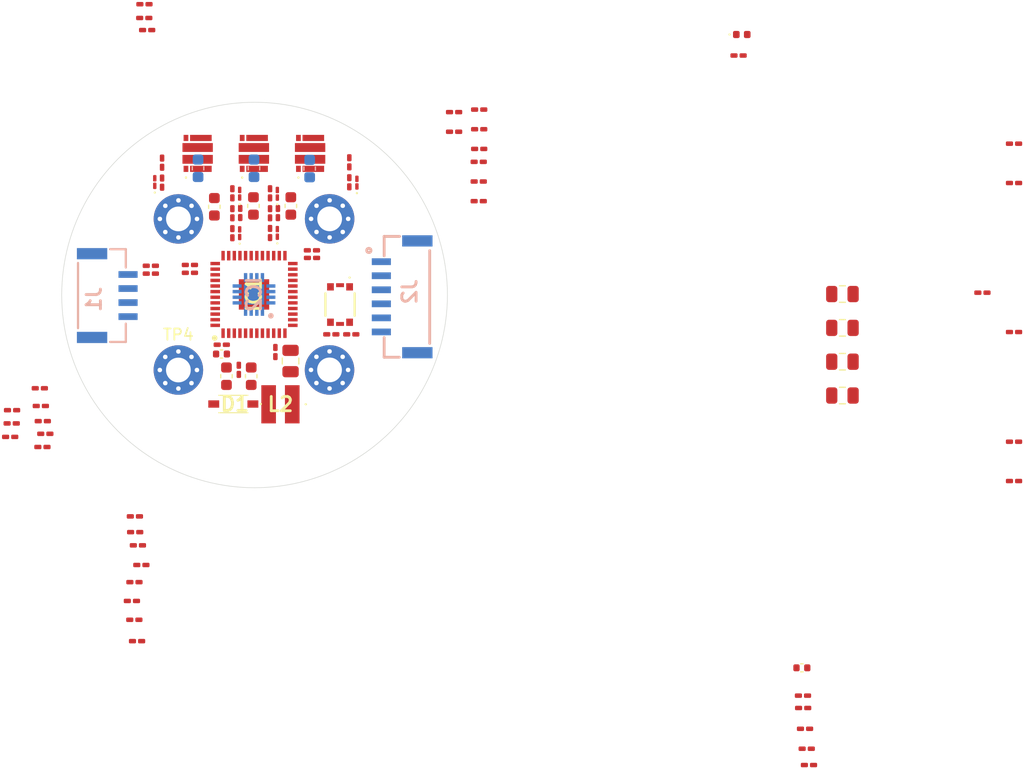
<source format=kicad_pcb>
(kicad_pcb (version 20241229) (generator "pcbnew") (generator_version "9.0")
  (layers (0 "F.Cu" signal) (2 "B.Cu" signal) (13 "F.Paste" user) (15 "B.Paste" user) (5 "F.SilkS" user "F.Silkscreen") (7 "B.SilkS" user "B.Silkscreen") (1 "F.Mask" user) (3 "B.Mask" user) (25 "Edge.Cuts" user))
  (net 0 "")
  (net 1 "+3.3V")
  (net 2 "GND")
  (net 3 "/OUTU")
  (net 4 "Net-(IC1-VBOOTU)")
  (net 5 "/OUTV")
  (net 6 "Net-(IC1-VBOOTV)")
  (net 7 "Net-(IC1-VBOOTW)")
  (net 8 "/OUTW")
  (net 9 "Net-(IC1-NSTBY)")
  (net 10 "Net-(S1-NO_1)")
  (net 11 "VBAT+")
  (net 12 "/REG12")
  (net 13 "/OP1O")
  (net 14 "/OP1N")
  (net 15 "/ISNSU")
  (net 16 "/OP2O")
  (net 17 "/OP2N")
  (net 18 "/ISNSV")
  (net 19 "/OP3N")
  (net 20 "/OP3O")
  (net 21 "/ISNSW")
  (net 22 "/BTN")
  (net 23 "Net-(IC1-PA5)")
  (net 24 "/SHUNT+AFTER")
  (net 25 "/SW")
  (net 26 "Net-(D2-A)")
  (net 27 "/HSU")
  (net 28 "Net-(D3-A)")
  (net 29 "/LSU")
  (net 30 "/HSV")
  (net 31 "Net-(D4-A)")
  (net 32 "/LSV")
  (net 33 "Net-(D5-A)")
  (net 34 "/HSW")
  (net 35 "Net-(D6-A)")
  (net 36 "/LSW")
  (net 37 "Net-(D7-A)")
  (net 38 "/SPI2_CS")
  (net 39 "/OP2P")
  (net 40 "/SPI2_MOSI")
  (net 41 "/UART_TX")
  (net 42 "/SWCLK")
  (net 43 "Net-(D8-A)")
  (net 45 "Net-(IC1-PF2-NRST)")
  (net 46 "/MGL")
  (net 47 "/OP1P")
  (net 48 "/SPI2_SCK")
  (net 49 "/UART_RX")
  (net 50 "/SWDIO")
  (net 51 "/OP3P")
  (net 52 "/SPI2_MISO")
  (net 53 "/MGH")
  (net 57 "Net-(D8-K)")
  (net 59 "Net-(IC2-SCLK)")
  (net 60 "/U/SHUNT+")
  (net 61 "Net-(Q1-G2)")
  (net 62 "Net-(Q1-G1)")
  (net 63 "/V/SHUNT+")
  (net 64 "Net-(Q2-G2)")
  (net 65 "Net-(Q2-G1)")
  (net 66 "/W/SHUNT+")
  (net 67 "Net-(Q3-G2)")
  (net 68 "Net-(Q3-G1)")
  (net 69 "Net-(IC2-MGH)")
  (net 73 "Net-(IC2-MGL)")
  (footprint "Diode_SMD:D_01005_0402Metric_Pad0.57x0.30mm_HandSolder" (layer "F.Cu") (at 98.725 94.55 90)
    (property "Reference" "D2" (hide yes))
    (property "Value" "BAS16LP-7B" (hide yes))
    (pad "1" smd roundrect (at -0.3375 0 90) (size 0.575 0.3) (layers "F.Cu" "F.Mask") (net 27 "/HSU"))
    (pad "2" smd roundrect (at 0.3375 0 90) (size 0.575 0.3) (layers "F.Cu" "F.Mask") (net 26 "Net-(D2-A)"))
  )
  (footprint "MountingHole:MountingHole_2.2mm_M2_Pad_Via" (layer "F.Cu") (at 93.28 93.28)
    (property "Reference" "TP2" (hide yes))
    (property "Value" "TestPoint" (hide yes))
    (pad "1" thru_hole circle (at -1.65 0) (size 0.7 0.7) (drill 0.4) (layers "*.Cu" "*.Mask") (net 2 "GND"))
    (pad "1" thru_hole circle (at -1.166726 -1.166726) (size 0.7 0.7) (drill 0.4) (layers "*.Cu" "*.Mask") (net 2 "GND"))
    (pad "1" thru_hole circle (at -1.166726 1.166726) (size 0.7 0.7) (drill 0.4) (layers "*.Cu" "*.Mask") (net 2 "GND"))
    (pad "1" thru_hole circle (at 0 -1.65) (size 0.7 0.7) (drill 0.4) (layers "*.Cu" "*.Mask") (net 2 "GND"))
    (pad "1" thru_hole circle (at 0 0) (size 4.4 4.4) (drill 2.2) (layers "*.Cu" "*.Mask") (net 2 "GND"))
    (pad "1" thru_hole circle (at 0 1.65) (size 0.7 0.7) (drill 0.4) (layers "*.Cu" "*.Mask") (net 2 "GND"))
    (pad "1" thru_hole circle (at 1.166726 -1.166726) (size 0.7 0.7) (drill 0.4) (layers "*.Cu" "*.Mask") (net 2 "GND"))
    (pad "1" thru_hole circle (at 1.166726 1.166726) (size 0.7 0.7) (drill 0.4) (layers "*.Cu" "*.Mask") (net 2 "GND"))
    (pad "1" thru_hole circle (at 1.65 0) (size 0.7 0.7) (drill 0.4) (layers "*.Cu" "*.Mask") (net 2 "GND"))
  )
  (footprint "samacsys:STPS0560Z" (layer "F.Cu") (at 98.16 109.75 180)
    (property "Reference" "D1" (at -0.138 0 0) (layer "F.SilkS") (effects (font (size 1.27 1.27) (thickness 0.254))))
    (property "Value" "STPS0560Z" (hide yes))
    (pad "1" smd rect (at -1.74 0 270) (size 0.65 0.97) (layers "F.Cu" "F.Mask" "F.Paste") (net 25 "/SW"))
    (pad "2" smd rect (at 1.74 0 270) (size 0.65 0.97) (layers "F.Cu" "F.Mask" "F.Paste") (net 2 "GND"))
  )
  (footprint "Resistor_SMD:R_0201_0603Metric_Pad0.64x0.40mm_HandSolder" (layer "F.Cu") (at 143.09 78.74)
    (property "Reference" "R47" (hide yes))
    (property "Value" "1k" (hide yes))
    (pad "1" smd roundrect (at -0.4075 0) (size 0.635 0.4) (layers "F.Cu" "F.Mask") (net 2 "GND"))
    (pad "2" smd roundrect (at 0.4075 0) (size 0.635 0.4) (layers "F.Cu" "F.Mask") (net 57 "Net-(D8-K)"))
  )
  (footprint "Resistor_SMD:R_0201_0603Metric_Pad0.64x0.40mm_HandSolder" (layer "F.Cu") (at 102.125 92.7575 90)
    (property "Reference" "R30" (hide yes))
    (property "Value" "120R" (hide yes))
    (pad "1" smd roundrect (at -0.4075 0 90) (size 0.635 0.4) (layers "F.Cu" "F.Mask") (net 36 "/LSW"))
    (pad "2" smd roundrect (at 0.4075 0 90) (size 0.635 0.4) (layers "F.Cu" "F.Mask") (net 67 "Net-(Q3-G2)"))
  )
  (footprint "Resistor_SMD:R_0201_0603Metric_Pad0.64x0.40mm_HandSolder" (layer "F.Cu") (at 90.24 75.4)
    (property "Reference" "R41" (hide yes))
    (property "Value" "100k" (hide yes))
    (pad "1" smd roundrect (at -0.4075 0) (size 0.635 0.4) (layers "F.Cu" "F.Mask") (net 1 "+3.3V"))
    (pad "2" smd roundrect (at 0.4075 0) (size 0.635 0.4) (layers "F.Cu" "F.Mask") (net 23 "Net-(IC1-PA5)"))
  )
  (footprint "Resistor_SMD:R_0201_0603Metric_Pad0.64x0.40mm_HandSolder" (layer "F.Cu") (at 108.475 88.2425 -90)
    (property "Reference" "R31" (hide yes))
    (property "Value" "0R" (hide yes))
    (pad "1" smd roundrect (at -0.4075 0 270) (size 0.635 0.4) (layers "F.Cu" "F.Mask") (net 35 "Net-(D6-A)"))
    (pad "2" smd roundrect (at 0.4075 0 270) (size 0.635 0.4) (layers "F.Cu" "F.Mask") (net 68 "Net-(Q3-G1)"))
  )
  (footprint "samacsys:435151014824" (layer "F.Cu") (at 107.65 100.9 -90)
    (property "Reference" "S1" (hide yes))
    (property "Value" "435151014824" (hide yes))
    (pad "1" smd rect (at -1.575 -0.85) (size 0.6 0.65) (layers "F.Cu" "F.Mask" "F.Paste") (net 10 "Net-(S1-NO_1)"))
    (pad "2" smd rect (at 1.575 -0.85) (size 0.6 0.65) (layers "F.Cu" "F.Mask" "F.Paste") (net 10 "Net-(S1-NO_1)"))
    (pad "3" smd rect (at -1.575 0.85) (size 0.6 0.65) (layers "F.Cu" "F.Mask" "F.Paste") (net 2 "GND"))
    (pad "4" smd rect (at 1.575 0.85) (size 0.6 0.65) (layers "F.Cu" "F.Mask" "F.Paste") (net 2 "GND"))
    (pad "5" smd rect (at -1.725 0 270) (size 0.35 0.7) (layers "F.Cu" "F.Mask" "F.Paste") (net 2 "GND"))
    (pad "6" smd rect (at 1.725 0 270) (size 0.35 0.7) (layers "F.Cu" "F.Mask" "F.Paste") (net 2 "GND"))
  )
  (footprint "MountingHole:MountingHole_2.2mm_M2_Pad_Via" (layer "F.Cu") (at 93.275 106.725)
    (property "Reference" "TP4" (at 0 -3.15 0) (layer "F.SilkS"))
    (property "Value" "TestPoint" (hide yes))
    (pad "1" thru_hole circle (at -1.65 0) (size 0.7 0.7) (drill 0.4) (layers "*.Cu" "*.Mask") (net 2 "GND"))
    (pad "1" thru_hole circle (at -1.166726 -1.166726) (size 0.7 0.7) (drill 0.4) (layers "*.Cu" "*.Mask") (net 2 "GND"))
    (pad "1" thru_hole circle (at -1.166726 1.166726) (size 0.7 0.7) (drill 0.4) (layers "*.Cu" "*.Mask") (net 2 "GND"))
    (pad "1" thru_hole circle (at 0 -1.65) (size 0.7 0.7) (drill 0.4) (layers "*.Cu" "*.Mask") (net 2 "GND"))
    (pad "1" thru_hole circle (at 0 0) (size 4.4 4.4) (drill 2.2) (layers "*.Cu" "*.Mask") (net 2 "GND"))
    (pad "1" thru_hole circle (at 0 1.65) (size 0.7 0.7) (drill 0.4) (layers "*.Cu" "*.Mask") (net 2 "GND"))
    (pad "1" thru_hole circle (at 1.166726 -1.166726) (size 0.7 0.7) (drill 0.4) (layers "*.Cu" "*.Mask") (net 2 "GND"))
    (pad "1" thru_hole circle (at 1.166726 1.166726) (size 0.7 0.7) (drill 0.4) (layers "*.Cu" "*.Mask") (net 2 "GND"))
    (pad "1" thru_hole circle (at 1.65 0) (size 0.7 0.7) (drill 0.4) (layers "*.Cu" "*.Mask") (net 2 "GND"))
  )
  (footprint "Resistor_SMD:R_0201_0603Metric_Pad0.64x0.40mm_HandSolder" (layer "F.Cu") (at 149 138.65)
    (property "Reference" "R37" (hide yes))
    (property "Value" "100R" (hide yes))
    (pad "1" smd roundrect (at -0.4075 0) (size 0.635 0.4) (layers "F.Cu" "F.Mask") (net 48 "/SPI2_SCK"))
    (pad "2" smd roundrect (at 0.4075 0) (size 0.635 0.4) (layers "F.Cu" "F.Mask") (net 59 "Net-(IC2-SCLK)"))
  )
  (footprint "Resistor_SMD:R_0201_0603Metric_Pad0.64x0.40mm_HandSolder" (layer "F.Cu") (at 167.585 86.585)
    (property "Reference" "R24" (hide yes))
    (property "Value" "10mR" (hide yes))
    (pad "1" smd roundrect (at -0.4075 0) (size 0.635 0.4) (layers "F.Cu" "F.Mask") (net 2 "GND"))
    (pad "2" smd roundrect (at 0.4075 0) (size 0.635 0.4) (layers "F.Cu" "F.Mask") (net 63 "/V/SHUNT+"))
  )
  (footprint "Resistor_SMD:R_0201_0603Metric_Pad0.64x0.40mm_HandSolder" (layer "F.Cu") (at 81.2175 111.275)
    (property "Reference" "R34" (hide yes))
    (property "Value" "7.5k" (hide yes))
    (pad "1" smd roundrect (at -0.4075 0) (size 0.635 0.4) (layers "F.Cu" "F.Mask") (net 19 "/OP3N"))
    (pad "2" smd roundrect (at 0.4075 0) (size 0.635 0.4) (layers "F.Cu" "F.Mask") (net 20 "/OP3O"))
  )
  (footprint "Capacitor_SMD:C_0201_0603Metric_Pad0.64x0.40mm_HandSolder" (layer "F.Cu") (at 97.1325 104.475 180)
    (property "Reference" "C1" (hide yes))
    (property "Value" "100n" (hide yes))
    (pad "1" smd roundrect (at -0.4075 0 180) (size 0.635 0.4) (layers "F.Cu" "F.Mask") (net 1 "+3.3V"))
    (pad "2" smd roundrect (at 0.4075 0 180) (size 0.635 0.4) (layers "F.Cu" "F.Mask") (net 2 "GND"))
  )
  (footprint "Capacitor_SMD:C_0201_0603Metric_Pad0.64x0.40mm_HandSolder" (layer "F.Cu") (at 105.15 96.075)
    (property "Reference" "C30" (hide yes))
    (property "Value" "1nF" (hide yes))
    (pad "1" smd roundrect (at -0.4075 0) (size 0.635 0.4) (layers "F.Cu" "F.Mask") (net 24 "/SHUNT+AFTER"))
    (pad "2" smd roundrect (at 0.4075 0) (size 0.635 0.4) (layers "F.Cu" "F.Mask") (net 2 "GND"))
  )
  (footprint "Capacitor_SMD:C_0201_0603Metric_Pad0.64x0.40mm_HandSolder" (layer "F.Cu") (at 117.7925 85.525)
    (property "Reference" "C15" (hide yes))
    (property "Value" "470p" (hide yes))
    (pad "1" smd roundrect (at -0.4075 0) (size 0.635 0.4) (layers "F.Cu" "F.Mask") (net 2 "GND"))
    (pad "2" smd roundrect (at 0.4075 0) (size 0.635 0.4) (layers "F.Cu" "F.Mask") (net 15 "/ISNSU"))
  )
  (footprint "Diode_SMD:D_01005_0402Metric_Pad0.57x0.30mm_HandSolder" (layer "F.Cu") (at 91.175 90 90)
    (property "Reference" "D3" (hide yes))
    (property "Value" "BAS16LP-7B" (hide yes))
    (pad "1" smd roundrect (at -0.3375 0 90) (size 0.575 0.3) (layers "F.Cu" "F.Mask") (net 29 "/LSU"))
    (pad "2" smd roundrect (at 0.3375 0 90) (size 0.575 0.3) (layers "F.Cu" "F.Mask") (net 28 "Net-(D3-A)"))
  )
  (footprint "Diode_SMD:D_01005_0402Metric_Pad0.57x0.30mm_HandSolder" (layer "F.Cu") (at 102.075 94.525 90)
    (property "Reference" "D4" (hide yes))
    (property "Value" "BAS16LP-7B" (hide yes))
    (pad "1" smd roundrect (at -0.3375 0 90) (size 0.575 0.3) (layers "F.Cu" "F.Mask") (net 30 "/HSV"))
    (pad "2" smd roundrect (at 0.3375 0 90) (size 0.575 0.3) (layers "F.Cu" "F.Mask") (net 31 "Net-(D4-A)"))
  )
  (footprint "Resistor_SMD:R_0201_0603Metric_Pad0.64x0.40mm_HandSolder" (layer "F.Cu") (at 89.6 130.85)
    (property "Reference" "R15" (hide yes))
    (property "Value" "1k" (hide yes))
    (pad "1" smd roundrect (at -0.4075 0) (size 0.635 0.4) (layers "F.Cu" "F.Mask") (net 63 "/V/SHUNT+"))
    (pad "2" smd roundrect (at 0.4075 0) (size 0.635 0.4) (layers "F.Cu" "F.Mask") (net 39 "/OP2P"))
  )
  (footprint "Capacitor_SMD:C_0603_1608Metric" (layer "F.Cu") (at 96.475 92.2 90)
    (property "Reference" "C2" (hide yes))
    (property "Value" "1u" (hide yes))
    (pad "1" smd roundrect (at -0.775 0 90) (size 0.9 0.95) (layers "F.Cu" "F.Mask" "F.Paste") (net 4 "Net-(IC1-VBOOTU)"))
    (pad "2" smd roundrect (at 0.775 0 90) (size 0.9 0.95) (layers "F.Cu" "F.Mask" "F.Paste") (net 3 "/OUTU"))
  )
  (footprint "Capacitor_SMD:C_0805_2012Metric" (layer "F.Cu") (at 103.25 105.925 90)
    (property "Reference" "C7" (hide yes))
    (property "Value" "47u" (hide yes))
    (pad "1" smd roundrect (at -0.95 0 90) (size 1 1.45) (layers "F.Cu" "F.Mask" "F.Paste") (net 1 "+3.3V"))
    (pad "2" smd roundrect (at 0.95 0 90) (size 1 1.45) (layers "F.Cu" "F.Mask" "F.Paste") (net 2 "GND"))
  )
  (footprint "Capacitor_SMD:C_0805_2012Metric" (layer "F.Cu") (at 152.325 108.995)
    (property "Reference" "C27" (hide yes))
    (property "Value" "47u" (hide yes))
    (pad "1" smd roundrect (at -0.95 0) (size 1 1.45) (layers "F.Cu" "F.Mask" "F.Paste") (net 11 "VBAT+"))
    (pad "2" smd roundrect (at 0.95 0) (size 1 1.45) (layers "F.Cu" "F.Mask" "F.Paste") (net 2 "GND"))
  )
  (footprint "MountingHole:MountingHole_2.2mm_M2_Pad_Via" (layer "F.Cu") (at 106.725 93.275)
    (property "Reference" "TP1" (hide yes))
    (property "Value" "TestPoint" (hide yes))
    (pad "1" thru_hole circle (at -1.65 0) (size 0.7 0.7) (drill 0.4) (layers "*.Cu" "*.Mask") (net 2 "GND"))
    (pad "1" thru_hole circle (at -1.166726 -1.166726) (size 0.7 0.7) (drill 0.4) (layers "*.Cu" "*.Mask") (net 2 "GND"))
    (pad "1" thru_hole circle (at -1.166726 1.166726) (size 0.7 0.7) (drill 0.4) (layers "*.Cu" "*.Mask") (net 2 "GND"))
    (pad "1" thru_hole circle (at 0 -1.65) (size 0.7 0.7) (drill 0.4) (layers "*.Cu" "*.Mask") (net 2 "GND"))
    (pad "1" thru_hole circle (at 0 0) (size 4.4 4.4) (drill 2.2) (layers "*.Cu" "*.Mask") (net 2 "GND"))
    (pad "1" thru_hole circle (at 0 1.65) (size 0.7 0.7) (drill 0.4) (layers "*.Cu" "*.Mask") (net 2 "GND"))
    (pad "1" thru_hole circle (at 1.166726 -1.166726) (size 0.7 0.7) (drill 0.4) (layers "*.Cu" "*.Mask") (net 2 "GND"))
    (pad "1" thru_hole circle (at 1.166726 1.166726) (size 0.7 0.7) (drill 0.4) (layers "*.Cu" "*.Mask") (net 2 "GND"))
    (pad "1" thru_hole circle (at 1.65 0) (size 0.7 0.7) (drill 0.4) (layers "*.Cu" "*.Mask") (net 2 "GND"))
  )
  (footprint "Resistor_SMD:R_0201_0603Metric_Pad0.64x0.40mm_HandSolder" (layer "F.Cu") (at 167.585 113.105)
    (property "Reference" "R35" (hide yes))
    (property "Value" "10mR" (hide yes))
    (pad "1" smd roundrect (at -0.4075 0) (size 0.635 0.4) (layers "F.Cu" "F.Mask") (net 2 "GND"))
    (pad "2" smd roundrect (at 0.4075 0) (size 0.635 0.4) (layers "F.Cu" "F.Mask") (net 66 "/W/SHUNT+"))
  )
  (footprint "Capacitor_SMD:C_0201_0603Metric_Pad0.64x0.40mm_HandSolder" (layer "F.Cu") (at 81.0425 109.925)
    (property "Reference" "C19" (hide yes))
    (property "Value" "DNP" (hide yes))
    (pad "1" smd roundrect (at -0.4075 0) (size 0.635 0.4) (layers "F.Cu" "F.Mask") (net 19 "/OP3N"))
    (pad "2" smd roundrect (at 0.4075 0) (size 0.635 0.4) (layers "F.Cu" "F.Mask") (net 20 "/OP3O"))
  )
  (footprint "Resistor_SMD:R_0201_0603Metric_Pad0.64x0.40mm_HandSolder" (layer "F.Cu") (at 164.775 99.845)
    (property "Reference" "R8" (hide yes))
    (property "Value" "10mR" (hide yes))
    (pad "1" smd roundrect (at -0.4075 0) (size 0.635 0.4) (layers "F.Cu" "F.Mask") (net 2 "GND"))
    (pad "2" smd roundrect (at 0.4075 0) (size 0.635 0.4) (layers "F.Cu" "F.Mask") (net 60 "/U/SHUNT+"))
  )
  (footprint "Resistor_SMD:R_0201_0603Metric_Pad0.64x0.40mm_HandSolder" (layer "F.Cu") (at 106.875 103.55)
    (property "Reference" "R3" (hide yes))
    (property "Value" "0R" (hide yes))
    (pad "1" smd roundrect (at -0.4075 0) (size 0.635 0.4) (layers "F.Cu" "F.Mask") (net 45 "Net-(IC1-PF2-NRST)"))
    (pad "2" smd roundrect (at 0.4075 0) (size 0.635 0.4) (layers "F.Cu" "F.Mask") (net 10 "Net-(S1-NO_1)"))
  )
  (footprint "Resistor_SMD:R_0201_0603Metric_Pad0.64x0.40mm_HandSolder" (layer "F.Cu") (at 98.075 91 -90)
    (property "Reference" "R21" (hide yes))
    (property "Value" "0R" (hide yes))
    (pad "1" smd roundrect (at -0.4075 0 270) (size 0.635 0.4) (layers "F.Cu" "F.Mask") (net 33 "Net-(D5-A)"))
    (pad "2" smd roundrect (at 0.4075 0 270) (size 0.635 0.4) (layers "F.Cu" "F.Mask") (net 64 "Net-(Q2-G2)"))
  )
  (footprint "Capacitor_SMD:C_0201_0603Metric_Pad0.64x0.40mm_HandSolder" (layer "F.Cu") (at 148.8175 135.7)
    (property "Reference" "C22" (hide yes))
    (property "Value" "100n" (hide yes))
    (pad "1" smd roundrect (at -0.4075 0) (size 0.635 0.4) (layers "F.Cu" "F.Mask") (net 1 "+3.3V"))
    (pad "2" smd roundrect (at 0.4075 0) (size 0.635 0.4) (layers "F.Cu" "F.Mask") (net 2 "GND"))
  )
  (footprint "Capacitor_SMD:C_0805_2012Metric" (layer "F.Cu") (at 152.325 105.985)
    (property "Reference" "C26" (hide yes))
    (property "Value" "47u" (hide yes))
    (pad "1" smd roundrect (at -0.95 0) (size 1 1.45) (layers "F.Cu" "F.Mask" "F.Paste") (net 11 "VBAT+"))
    (pad "2" smd roundrect (at 0.95 0) (size 1 1.45) (layers "F.Cu" "F.Mask" "F.Paste") (net 2 "GND"))
  )
  (footprint "Resistor_SMD:R_0201_0603Metric_Pad0.64x0.40mm_HandSolder" (layer "F.Cu") (at 120.025 83.55)
    (property "Reference" "R12" (hide yes))
    (property "Value" "15k" (hide yes))
    (pad "1" smd roundrect (at -0.4075 0) (size 0.635 0.4) (layers "F.Cu" "F.Mask") (net 1 "+3.3V"))
    (pad "2" smd roundrect (at 0.4075 0) (size 0.635 0.4) (layers "F.Cu" "F.Mask") (net 47 "/OP1P"))
  )
  (footprint "Resistor_SMD:R_0201_0603Metric_Pad0.64x0.40mm_HandSolder" (layer "F.Cu") (at 98.775 92.75 90)
    (property "Reference" "R19" (hide yes))
    (property "Value" "120R" (hide yes))
    (pad "1" smd roundrect (at -0.4075 0 90) (size 0.635 0.4) (layers "F.Cu" "F.Mask") (net 32 "/LSV"))
    (pad "2" smd roundrect (at 0.4075 0 90) (size 0.635 0.4) (layers "F.Cu" "F.Mask") (net 64 "Net-(Q2-G2)"))
  )
  (footprint "Diode_SMD:D_01005_0402Metric_Pad0.57x0.30mm_HandSolder" (layer "F.Cu") (at 109.15 90.0525 90)
    (property "Reference" "D6" (hide yes))
    (property "Value" "BAS16LP-7B" (hide yes))
    (pad "1" smd roundrect (at -0.3375 0 90) (size 0.575 0.3) (layers "F.Cu" "F.Mask") (net 34 "/HSW"))
    (pad "2" smd roundrect (at 0.3375 0 90) (size 0.575 0.3) (layers "F.Cu" "F.Mask") (net 35 "Net-(D6-A)"))
  )
  (footprint "Resistor_SMD:R_0201_0603Metric_Pad0.64x0.40mm_HandSolder" (layer "F.Cu") (at 78.485 110.3)
    (property "Reference" "R27" (hide yes))
    (property "Value" "15k" (hide yes))
    (pad "1" smd roundrect (at -0.4075 0) (size 0.635 0.4) (layers "F.Cu" "F.Mask") (net 1 "+3.3V"))
    (pad "2" smd roundrect (at 0.4075 0) (size 0.635 0.4) (layers "F.Cu" "F.Mask") (net 51 "/OP3P"))
  )
  (footprint "samacsys:DMT6018LDR7" (layer "F.Cu") (at 94.988 87.45)
    (property "Reference" "Q1" (hide yes))
    (property "Value" "DMT6018LDR-7" (hide yes))
    (pad "1" smd rect (at -1.038 1.375) (size 0.42 0.55) (layers "F.Cu" "F.Mask" "F.Paste") (net 62 "Net-(Q1-G1)"))
    (pad "2" smd rect (at 0.287 1.375 90) (size 0.55 1.92) (layers "F.Cu" "F.Mask" "F.Paste") (net 3 "/OUTU"))
    (pad "3" smd rect (at 0.287 -1.375 90) (size 0.55 1.92) (layers "F.Cu" "F.Mask" "F.Paste") (net 60 "/U/SHUNT+"))
    (pad "4" smd rect (at -1.038 -1.375) (size 0.42 0.55) (layers "F.Cu" "F.Mask" "F.Paste") (net 61 "Net-(Q1-G2)"))
    (pad "5" smd rect (at 0 0.525 90) (size 0.79 2.7) (layers "F.Cu" "F.Mask" "F.Paste") (net 11 "VBAT+"))
    (pad "6" smd rect (at 0 -0.525 90) (size 0.79 2.7) (layers "F.Cu" "F.Mask" "F.Paste") (net 3 "/OUTU"))
  )
  (footprint "Resistor_SMD:R_0201_0603Metric_Pad0.64x0.40mm_HandSolder" (layer "F.Cu") (at 119.9825 89.95)
    (property "Reference" "R10" (hide yes))
    (property "Value" "1k" (hide yes))
    (pad "1" smd roundrect (at -0.4075 0) (size 0.635 0.4) (layers "F.Cu" "F.Mask") (net 60 "/U/SHUNT+"))
    (pad "2" smd roundrect (at 0.4075 0) (size 0.635 0.4) (layers "F.Cu" "F.Mask") (net 47 "/OP1P"))
  )
  (footprint "Resistor_SMD:R_0201_0603Metric_Pad0.64x0.40mm_HandSolder" (layer "F.Cu") (at 108.475 90.0175 90)
    (property "Reference" "R29" (hide yes))
    (property "Value" "120R" (hide yes))
    (pad "1" smd roundrect (at -0.4075 0 90) (size 0.635 0.4) (layers "F.Cu" "F.Mask") (net 34 "/HSW"))
    (pad "2" smd roundrect (at 0.4075 0 90) (size 0.635 0.4) (layers "F.Cu" "F.Mask") (net 68 "Net-(Q3-G1)"))
  )
  (footprint "samacsys:74438335220" (layer "F.Cu") (at 102.35 109.775 180)
    (property "Reference" "L2" (at 0 0 0) (layer "F.SilkS") (effects (font (size 1.27 1.27) (thickness 0.254))))
    (property "Value" "74438335220" (hide yes))
    (pad "1" smd rect (at -1.05 0 180) (size 1.3 3.4) (layers "F.Cu" "F.Mask" "F.Paste") (net 1 "+3.3V"))
    (pad "2" smd rect (at 1.05 0 180) (size 1.3 3.4) (layers "F.Cu" "F.Mask" "F.Paste") (net 25 "/SW"))
  )
  (footprint "Resistor_SMD:R_0201_0603Metric_Pad0.64x0.40mm_HandSolder" (layer "F.Cu") (at 89.3675 125.6)
    (property "Reference" "R22" (hide yes))
    (property "Value" "1k" (hide yes))
    (pad "1" smd roundrect (at -0.4075 0) (size 0.635 0.4) (layers "F.Cu" "F.Mask") (net 2 "GND"))
    (pad "2" smd roundrect (at 0.4075 0) (size 0.635 0.4) (layers "F.Cu" "F.Mask") (net 17 "/OP2N"))
  )
  (footprint "Resistor_SMD:R_0201_0603Metric_Pad0.64x0.40mm_HandSolder" (layer "F.Cu") (at 149.35 141.875)
    (property "Reference" "R39" (hide yes))
    (property "Value" "0R" (hide yes))
    (pad "1" smd roundrect (at -0.4075 0) (size 0.635 0.4) (layers "F.Cu" "F.Mask") (net 69 "Net-(IC2-MGH)"))
    (pad "2" smd roundrect (at 0.4075 0) (size 0.635 0.4) (layers "F.Cu" "F.Mask") (net 53 "/MGH"))
  )
  (footprint "Capacitor_SMD:C_0805_2012Metric" (layer "F.Cu") (at 152.325 99.965)
    (property "Reference" "C24" (hide yes))
    (property "Value" "47u" (hide yes))
    (pad "1" smd roundrect (at -0.95 0) (size 1 1.45) (layers "F.Cu" "F.Mask" "F.Paste") (net 11 "VBAT+"))
    (pad "2" smd roundrect (at 0.95 0) (size 1 1.45) (layers "F.Cu" "F.Mask" "F.Paste") (net 2 "GND"))
  )
  (footprint "Resistor_SMD:R_0201_0603Metric_Pad0.64x0.40mm_HandSolder" (layer "F.Cu") (at 89.4325 121.15)
    (property "Reference" "R23" (hide yes))
    (property "Value" "7.5k" (hide yes))
    (pad "1" smd roundrect (at -0.4075 0) (size 0.635 0.4) (layers "F.Cu" "F.Mask") (net 17 "/OP2N"))
    (pad "2" smd roundrect (at 0.4075 0) (size 0.635 0.4) (layers "F.Cu" "F.Mask") (net 16 "/OP2O"))
  )
  (footprint "Resistor_SMD:R_0201_0603Metric_Pad0.64x0.40mm_HandSolder" (layer "F.Cu") (at 167.585 116.605)
    (property "Reference" "R45" (hide yes))
    (property "Value" "3k" (hide yes))
    (pad "1" smd roundrect (at -0.4075 0) (size 0.635 0.4) (layers "F.Cu" "F.Mask") (net 66 "/W/SHUNT+"))
    (pad "2" smd roundrect (at 0.4075 0) (size 0.635 0.4) (layers "F.Cu" "F.Mask") (net 24 "/SHUNT+AFTER"))
  )
  (footprint "Capacitor_SMD:C_0603_1608Metric" (layer "F.Cu") (at 103.275 92.125 90)
    (property "Reference" "C4" (hide yes))
    (property "Value" "1u" (hide yes))
    (pad "1" smd roundrect (at -0.775 0 90) (size 0.9 0.95) (layers "F.Cu" "F.Mask" "F.Paste") (net 7 "Net-(IC1-VBOOTW)"))
    (pad "2" smd roundrect (at 0.775 0 90) (size 0.9 0.95) (layers "F.Cu" "F.Mask" "F.Paste") (net 8 "/OUTW"))
  )
  (footprint "Resistor_SMD:R_0201_0603Metric_Pad0.64x0.40mm_HandSolder" (layer "F.Cu") (at 101.425 91 90)
    (property "Reference" "R32" (hide yes))
    (property "Value" "0R" (hide yes))
    (pad "1" smd roundrect (at -0.4075 0 90) (size 0.635 0.4) (layers "F.Cu" "F.Mask") (net 37 "Net-(D7-A)"))
    (pad "2" smd roundrect (at 0.4075 0 90) (size 0.635 0.4) (layers "F.Cu" "F.Mask") (net 67 "Net-(Q3-G2)"))
  )
  (footprint "Capacitor_SMD:C_0603_1608Metric" (layer "F.Cu") (at 99.75 107.275 90)
    (property "Reference" "C10" (hide yes))
    (property "Value" "220n" (hide yes))
    (pad "1" smd roundrect (at -0.775 0 90) (size 0.9 0.95) (layers "F.Cu" "F.Mask" "F.Paste") (net 2 "GND"))
    (pad "2" smd roundrect (at 0.775 0 90) (size 0.9 0.95) (layers "F.Cu" "F.Mask" "F.Paste") (net 11 "VBAT+"))
  )
  (footprint "Capacitor_SMD:C_0201_0603Metric_Pad0.64x0.40mm_HandSolder" (layer "F.Cu") (at 94.3 97.375 180)
    (property "Reference" "C8" (hide yes))
    (property "Value" "100n" (hide yes))
    (pad "1" smd roundrect (at -0.4075 0 180) (size 0.635 0.4) (layers "F.Cu" "F.Mask") (net 9 "Net-(IC1-NSTBY)"))
    (pad "2" smd roundrect (at 0.4075 0 180) (size 0.635 0.4) (layers "F.Cu" "F.Mask") (net 2 "GND"))
  )
  (footprint "Capacitor_SMD:C_0201_0603Metric_Pad0.64x0.40mm_HandSolder" (layer "F.Cu") (at 98.65 106.7075 -90)
    (property "Reference" "C12" (hide yes))
    (property "Value" "100n" (hide yes))
    (pad "1" smd roundrect (at -0.4075 0 270) (size 0.635 0.4) (layers "F.Cu" "F.Mask") (net 12 "/REG12"))
    (pad "2" smd roundrect (at 0.4075 0 270) (size 0.635 0.4) (layers "F.Cu" "F.Mask") (net 2 "GND"))
  )
  (footprint "Resistor_SMD:R_0201_0603Metric_Pad0.64x0.40mm_HandSolder" (layer "F.Cu") (at 91.825 88.275 90)
    (property "Reference" "R7" (hide yes))
    (property "Value" "0R" (hide yes))
    (pad "1" smd roundrect (at -0.4075 0 90) (size 0.635 0.4) (layers "F.Cu" "F.Mask") (net 28 "Net-(D3-A)"))
    (pad "2" smd roundrect (at 0.4075 0 90) (size 0.635 0.4) (layers "F.Cu" "F.Mask") (net 61 "Net-(Q1-G2)"))
  )
  (footprint "Resistor_SMD:R_0201_0603Metric_Pad0.64x0.40mm_HandSolder" (layer "F.Cu") (at 167.585 103.345)
    (property "Reference" "R43" (hide yes))
    (property "Value" "3k" (hide yes))
    (pad "1" smd roundrect (at -0.4075 0) (size 0.635 0.4) (layers "F.Cu" "F.Mask") (net 60 "/U/SHUNT+"))
    (pad "2" smd roundrect (at 0.4075 0) (size 0.635 0.4) (layers "F.Cu" "F.Mask") (net 24 "/SHUNT+AFTER"))
  )
  (footprint "Capacitor_SMD:C_0201_0603Metric_Pad0.64x0.40mm_HandSolder" (layer "F.Cu") (at 101.9 105.125 90)
    (property "Reference" "C6" (hide yes))
    (property "Value" "100n" (hide yes))
    (pad "1" smd roundrect (at -0.4075 0 90) (size 0.635 0.4) (layers "F.Cu" "F.Mask") (net 1 "+3.3V"))
    (pad "2" smd roundrect (at 0.4075 0 90) (size 0.635 0.4) (layers "F.Cu" "F.Mask") (net 2 "GND"))
  )
  (footprint "Resistor_SMD:R_0201_0603Metric_Pad0.64x0.40mm_HandSolder" (layer "F.Cu") (at 101.425 92.775 -90)
    (property "Reference" "R20" (hide yes))
    (property "Value" "0R" (hide yes))
    (pad "1" smd roundrect (at -0.4075 0 270) (size 0.635 0.4) (layers "F.Cu" "F.Mask") (net 31 "Net-(D4-A)"))
    (pad "2" smd roundrect (at 0.4075 0 270) (size 0.635 0.4) (layers "F.Cu" "F.Mask") (net 65 "Net-(Q2-G1)"))
  )
  (footprint "Capacitor_SMD:C_0402_1005Metric" (layer "F.Cu") (at 97.1075 105.3 180)
    (property "Reference" "C5" (hide yes))
    (property "Value" "4.7u" (hide yes))
    (pad "1" smd roundrect (at -0.48 0 180) (size 0.56 0.62) (layers "F.Cu" "F.Mask" "F.Paste") (net 1 "+3.3V"))
    (pad "2" smd roundrect (at 0.48 0 180) (size 0.56 0.62) (layers "F.Cu" "F.Mask" "F.Paste") (net 2 "GND"))
  )
  (footprint "Resistor_SMD:R_0201_0603Metric_Pad0.64x0.40mm_HandSolder" (layer "F.Cu") (at 78.4525 111.475)
    (property "Reference" "R28" (hide yes))
    (property "Value" "15k" (hide yes))
    (pad "1" smd roundrect (at -0.4075 0) (size 0.635 0.4) (layers "F.Cu" "F.Mask") (net 51 "/OP3P"))
    (pad "2" smd roundrect (at 0.4075 0) (size 0.635 0.4) (layers "F.Cu" "F.Mask") (net 2 "GND"))
  )
  (footprint "Resistor_SMD:R_0201_0603Metric_Pad0.64x0.40mm_HandSolder" (layer "F.Cu") (at 90.4975 76.475)
    (property "Reference" "R42" (hide yes))
    (property "Value" "15k" (hide yes))
    (pad "1" smd roundrect (at -0.4075 0) (size 0.635 0.4) (layers "F.Cu" "F.Mask") (net 23 "Net-(IC1-PA5)"))
    (pad "2" smd roundrect (at 0.4075 0) (size 0.635 0.4) (layers "F.Cu" "F.Mask") (net 2 "GND"))
  )
  (footprint "Resistor_SMD:R_0201_0603Metric_Pad0.64x0.40mm_HandSolder" (layer "F.Cu") (at 90.825 97.45 180)
    (property "Reference" "R40" (hide yes))
    (property "Value" "10k" (hide yes))
    (pad "1" smd roundrect (at -0.4075 0 180) (size 0.635 0.4) (layers "F.Cu" "F.Mask") (net 1 "+3.3V"))
    (pad "2" smd roundrect (at 0.4075 0 180) (size 0.635 0.4) (layers "F.Cu" "F.Mask") (net 22 "/BTN"))
  )
  (footprint "LED_SMD:LED_0402_1005Metric" (layer "F.Cu") (at 143.375 76.87)
    (property "Reference" "D8" (hide yes))
    (property "Value" "LED" (hide yes))
    (pad "1" smd roundrect (at -0.485 0) (size 0.59 0.64) (layers "F.Cu" "F.Mask" "F.Paste") (net 57 "Net-(D8-K)"))
    (pad "2" smd roundrect (at 0.485 0) (size 0.59 0.64) (layers "F.Cu" "F.Mask" "F.Paste") (net 43 "Net-(D8-A)"))
  )
  (footprint "MountingHole:MountingHole_2.2mm_M2_Pad_Via" (layer "F.Cu") (at 106.716726 106.716726)
    (property "Reference" "TP3" (hide yes))
    (property "Value" "TestPoint")
    (pad "1" thru_hole circle (at -1.65 0) (size 0.7 0.7) (drill 0.4) (layers "*.Cu" "*.Mask") (net 2 "GND"))
    (pad "1" thru_hole circle (at -1.166726 -1.166726) (size 0.7 0.7) (drill 0.4) (layers "*.Cu" "*.Mask") (net 2 "GND"))
    (pad "1" thru_hole circle (at -1.166726 1.166726) (size 0.7 0.7) (drill 0.4) (layers "*.Cu" "*.Mask") (net 2 "GND"))
    (pad "1" thru_hole circle (at 0 -1.65) (size 0.7 0.7) (drill 0.4) (layers "*.Cu" "*.Mask") (net 2 "GND"))
    (pad "1" thru_hole circle (at 0 0) (size 4.4 4.4) (drill 2.2) (layers "*.Cu" "*.Mask") (net 2 "GND"))
    (pad "1" thru_hole circle (at 0 1.65) (size 0.7 0.7) (drill 0.4) (layers "*.Cu" "*.Mask") (net 2 "GND"))
    (pad "1" thru_hole circle (at 1.166726 -1.166726) (size 0.7 0.7) (drill 0.4) (layers "*.Cu" "*.Mask") (net 2 "GND"))
    (pad "1" thru_hole circle (at 1.166726 1.166726) (size 0.7 0.7) (drill 0.4) (layers "*.Cu" "*.Mask") (net 2 "GND"))
    (pad "1" thru_hole circle (at 1.65 0) (size 0.7 0.7) (drill 0.4) (layers "*.Cu" "*.Mask") (net 2 "GND"))
  )
  (footprint "Resistor_SMD:R_0201_0603Metric_Pad0.64x0.40mm_HandSolder" (layer "F.Cu") (at 149.15 140.425)
    (property "Reference" "R38" (hide yes))
    (property "Value" "0R" (hide yes))
    (pad "1" smd roundrect (at -0.4075 0) (size 0.635 0.4) (layers "F.Cu" "F.Mask") (net 46 "/MGL"))
    (pad "2" smd roundrect (at 0.4075 0) (size 0.635 0.4) (layers "F.Cu" "F.Mask") (net 73 "Net-(IC2-MGL)"))
  )
  (footprint "Capacitor_SMD:C_0805_2012Metric" (layer "F.Cu") (at 152.325 102.975)
    (property "Reference" "C25" (hide yes))
    (property "Value" "47u" (hide yes))
    (pad "1" smd roundrect (at -0.95 0) (size 1 1.45) (layers "F.Cu" "F.Mask" "F.Paste") (net 11 "VBAT+"))
    (pad "2" smd roundrect (at 0.95 0) (size 1 1.45) (layers "F.Cu" "F.Mask" "F.Paste") (net 2 "GND"))
  )
  (footprint "Capacitor_SMD:C_0201_0603Metric_Pad0.64x0.40mm_HandSolder" (layer "F.Cu") (at 89.9825 124.075)
    (property "Reference" "C18" (hide yes))
    (property "Value" "470p" (hide yes))
    (pad "1" smd roundrect (at -0.4075 0) (size 0.635 0.4) (layers "F.Cu" "F.Mask") (net 2 "GND"))
    (pad "2" smd roundrect (at 0.4075 0) (size 0.635 0.4) (layers "F.Cu" "F.Mask") (net 18 "/ISNSV"))
  )
  (footprint "Diode_SMD:D_01005_0402Metric_Pad0.57x0.30mm_HandSolder" (layer "F.Cu") (at 102.075 91.0425 90)
    (property "Reference" "D7" (hide yes))
    (property "Value" "BAS16LP-7B" (hide yes))
    (pad "1" smd roundrect (at -0.3375 0 90) (size 0.575 0.3) (layers "F.Cu" "F.Mask") (net 36 "/LSW"))
    (pad "2" smd roundrect (at 0.3375 0 90) (size 0.575 0.3) (layers "F.Cu" "F.Mask") (net 37 "Net-(D7-A)"))
  )
  (footprint "Resistor_SMD:R_0201_0603Metric_Pad0.64x0.40mm_HandSolder" (layer "F.Cu") (at 89.675 122.325)
    (property "Reference" "R25" (hide yes))
    (property "Value" "220R" (hide yes))
    (pad "1" smd roundrect (at -0.4075 0) (size 0.635 0.4) (layers "F.Cu" "F.Mask") (net 16 "/OP2O"))
    (pad "2" smd roundrect (at 0.4075 0) (size 0.635 0.4) (layers "F.Cu" "F.Mask") (net 18 "/ISNSV"))
  )
  (footprint "Resistor_SMD:R_0201_0603Metric_Pad0.64x0.40mm_HandSolder" (layer "F.Cu") (at 120.025 87.05)
    (property "Reference" "R14" (hide yes))
    (property "Value" "220R" (hide yes))
    (pad "1" smd roundrect (at -0.4075 0) (size 0.635 0.4) (layers "F.Cu" "F.Mask") (net 13 "/OP1O"))
    (pad "2" smd roundrect (at 0.4075 0) (size 0.635 0.4) (layers "F.Cu" "F.Mask") (net 15 "/ISNSU"))
  )
  (footprint "Resistor_SMD:R_0201_0603Metric_Pad0.64x0.40mm_HandSolder" (layer "F.Cu") (at 105.1575 96.75 180)
    (property "Reference" "R46" (hide yes))
    (property "Value" "18k" (hide yes))
    (pad "1" smd roundrect (at -0.4075 0 180) (size 0.635 0.4) (layers "F.Cu" "F.Mask") (net 1 "+3.3V"))
    (pad "2" smd roundrect (at 0.4075 0 180) (size 0.635 0.4) (layers "F.Cu" "F.Mask") (net 24 "/SHUNT+AFTER"))
  )
  (footprint "samacsys:DMT6018LDR7" (layer "F.Cu") (at 104.988 87.45)
    (property "Reference" "Q3" (hide yes))
    (property "Value" "DMT6018LDR-7" (hide yes))
    (pad "1" smd rect (at -1.038 1.375) (size 0.42 0.55) (layers "F.Cu" "F.Mask" "F.Paste") (net 68 "Net-(Q3-G1)"))
    (pad "2" smd rect (at 0.287 1.375 90) (size 0.55 1.92) (layers "F.Cu" "F.Mask" "F.Paste") (net 8 "/OUTW"))
    (pad "3" smd rect (at 0.287 -1.375 90) (size 0.55 1.92) (layers "F.Cu" "F.Mask" "F.Paste") (net 66 "/W/SHUNT+"))
    (pad "4" smd rect (at -1.038 -1.375) (size 0.42 0.55) (layers "F.Cu" "F.Mask" "F.Paste") (net 67 "Net-(Q3-G2)"))
    (pad "5" smd rect (at 0 0.525 90) (size 0.79 2.7) (layers "F.Cu" "F.Mask" "F.Paste") (net 11 "VBAT+"))
    (pad "6" smd rect (at 0 -0.525 90) (size 0.79 2.7) (layers "F.Cu" "F.Mask" "F.Paste") (net 8 "/OUTW"))
  )
  (footprint "Resistor_SMD:R_0201_0603Metric_Pad0.64x0.40mm_HandSolder" (layer "F.Cu") (at 119.9825 91.7)
    (property "Reference" "R11" (hide yes))
    (property "Value" "15k" (hide yes))
    (pad "1" smd roundrect (at -0.4075 0) (size 0.635 0.4) (layers "F.Cu" "F.Mask") (net 47 "/OP1P"))
    (pad "2" smd roundrect (at 0.4075 0) (size 0.635 0.4) (layers "F.Cu" "F.Mask") (net 2 "GND"))
  )
  (footprint "Resistor_SMD:R_0201_0603Metric_Pad0.64x0.40mm_HandSolder" (layer "F.Cu") (at 98.075 94.55 90)
    (property "Reference" "R5" (hide yes))
    (property "Value" "120R" (hide yes))
    (pad "1" smd roundrect (at -0.4075 0 90) (size 0.635 0.4) (layers "F.Cu" "F.Mask") (net 27 "/HSU"))
    (pad "2" smd roundrect (at 0.4075 0 90) (size 0.635 0.4) (layers "F.Cu" "F.Mask") (net 62 "Net-(Q1-G1)"))
  )
  (footprint "Resistor_SMD:R_0201_0603Metric_Pad0.64x0.40mm_HandSolder" (layer "F.Cu") (at 80.9525 108.35)
    (property "Reference" "R33" (hide yes))
    (property "Value" "1k" (hide yes))
    (pad "1" smd roundrect (at -0.4075 0) (size 0.635 0.4) (layers "F.Cu" "F.Mask") (net 2 "GND"))
    (pad "2" smd roundrect (at 0.4075 0) (size 0.635 0.4) (layers "F.Cu" "F.Mask") (net 19 "/OP3N"))
  )
  (footprint "Resistor_SMD:R_0201_0603Metric_Pad0.64x0.40mm_HandSolder" (layer "F.Cu") (at 94.3 98.075)
    (property "Reference" "R2" (hide yes))
    (property "Value" "10k" (hide yes))
    (pad "1" smd roundrect (at -0.4075 0) (size 0.635 0.4) (layers "F.Cu" "F.Mask") (net 1 "+3.3V"))
    (pad "2" smd roundrect (at 0.4075 0) (size 0.635 0.4) (layers "F.Cu" "F.Mask") (net 9 "Net-(IC1-NSTBY)"))
  )
  (footprint "Resistor_SMD:R_0201_0603Metric_Pad0.64x0.40mm_HandSolder" (layer "F.Cu") (at 120.025 85.3)
    (property "Reference" "R13" (hide yes))
    (property "Value" "7.5k" (hide yes))
    (pad "1" smd roundrect (at -0.4075 0) (size 0.635 0.4) (layers "F.Cu" "F.Mask") (net 14 "/OP1N"))
    (pad "2" smd roundrect (at 0.4075 0) (size 0.635 0.4) (layers "F.Cu" "F.Mask") (net 13 "/OP1O"))
  )
  (footprint "Resistor_SMD:R_0201_0603Metric_Pad0.64x0.40mm_HandSolder" (layer "F.Cu") (at 119.9825 88.2)
    (property "Reference" "R9" (hide yes))
    (property "Value" "1k" (hide yes))
    (pad "1" smd roundrect (at -0.4075 0) (size 0.635 0.4) (layers "F.Cu" "F.Mask") (net 2 "GND"))
    (pad "2" smd roundrect (at 0.4075 0) (size 0.635 0.4) (layers "F.Cu" "F.Mask") (net 14 "/OP1N"))
  )
  (footprint "Diode_SMD:D_01005_0402Metric_Pad0.57x0.30mm_HandSolder" (layer "F.Cu") (at 98.725 91.035 90)
    (property "Reference" "D5" (hide yes))
    (property "Value" "BAS16LP-7B" (hide yes))
    (pad "1" smd roundrect (at -0.3375 0 90) (size 0.575 0.3) (layers "F.Cu" "F.Mask") (net 32 "/LSV"))
    (pad "2" smd roundrect (at 0.3375 0 90) (size 0.575 0.3) (layers "F.Cu" "F.Mask") (net 33 "Net-(D5-A)"))
  )
  (footprint "Resistor_SMD:R_0201_0603Metric_Pad0.64x0.40mm_HandSolder" (layer "F.Cu") (at 167.585 90.085)
    (property "Reference" "R44" (hide yes))
    (property "Value" "3k" (hide yes))
    (pad "1" smd roundrect (at -0.4075 0) (size 0.635 0.4) (layers "F.Cu" "F.Mask") (net 63 "/V/SHUNT+"))
    (pad "2" smd roundrect (at 0.4075 0) (size 0.635 0.4) (layers "F.Cu" "F.Mask") (net 24 "/SHUNT+AFTER"))
  )
  (footprint "Capacitor_SMD:C_0201_0603Metric_Pad0.64x0.40mm_HandSolder" (layer "F.Cu") (at 108.65 103.55)
    (property "Reference" "C9" (hide yes))
    (property "Value" "100n" (hide yes))
    (pad "1" smd roundrect (at -0.4075 0) (size 0.635 0.4) (layers "F.Cu" "F.Mask") (net 10 "Net-(S1-NO_1)"))
    (pad "2" smd roundrect (at 0.4075 0) (size 0.635 0.4) (layers "F.Cu" "F.Mask") (net 2 "GND"))
  )
  (footprint "Resistor_SMD:R_0201_0603Metric_Pad0.64x0.40mm_HandSolder" (layer "F.Cu") (at 98.075 92.775 90)
    (property "Reference" "R4" (hide yes))
    (property "Value" "0R" (hide yes))
    (pad "1" smd roundrect (at -0.4075 0 90) (size 0.635 0.4) (layers "F.Cu" "F.Mask") (net 26 "Net-(D2-A)"))
    (pad "2" smd roundrect (at 0.4075 0 90) (size 0.635 0.4) (layers "F.Cu" "F.Mask") (net 62 "Net-(Q1-G1)"))
  )
  (footprint "Capacitor_SMD:C_0603_1608Metric" (layer "F.Cu") (at 99.95 92.125 90)
    (property "Reference" "C3" (hide yes))
    (property "Value" "1u" (hide yes))
    (pad "1" smd roundrect (at -0.775 0 90) (size 0.9 0.95) (layers "F.Cu" "F.Mask" "F.Paste") (net 6 "Net-(IC1-VBOOTV)"))
    (pad "2" smd roundrect (at 0.775 0 90) (size 0.9 0.95) (layers "F.Cu" "F.Mask" "F.Paste") (net 5 "/OUTV"))
  )
  (footprint "Resistor_SMD:R_0201_0603Metric_Pad0.64x0.40mm_HandSolder" (layer "F.Cu") (at 101.425 94.5325 90)
    (property "Reference" "R18" (hide yes))
    (property "Value" "120R" (hide yes))
    (pad "1" smd roundrect (at -0.4075 0 90) (size 0.635 0.4) (layers "F.Cu" "F.Mask") (net 30 "/HSV"))
    (pad "2" smd roundrect (at 0.4075 0 90) (size 0.635 0.4) (layers "F.Cu" "F.Mask") (net 65 "Net-(Q2-G1)"))
  )
  (footprint "Resistor_SMD:R_0201_0603Metric_Pad0.64x0.40mm_HandSolder" (layer "F.Cu") (at 91.825 90.05 90)
    (property "Reference" "R6" (hide yes))
    (property "Value" "120R" (hide yes))
    (pad "1" smd roundrect (at -0.4075 0 90) (size 0.635 0.4) (layers "F.Cu" "F.Mask") (net 29 "/LSU"))
    (pad "2" smd roundrect (at 0.4075 0 90) (size 0.635 0.4) (layers "F.Cu" "F.Mask") (net 61 "Net-(Q1-G2)"))
  )
  (footprint "samacsys:DMT6018LDR7" (layer "F.Cu") (at 99.988 87.45)
    (property "Reference" "Q2" (hide yes))
    (property "Value" "DMT6018LDR-7" (hide yes))
    (pad "1" smd rect (at -1.038 1.375) (size 0.42 0.55) (layers "F.Cu" "F.Mask" "F.Paste") (net 65 "Net-(Q2-G1)"))
    (pad "2" smd rect (at 0.287 1.375 90) (size 0.55 1.92) (layers "F.Cu" "F.Mask" "F.Paste") (net 5 "/OUTV"))
    (pad "3" smd rect (at 0.287 -1.375 90) (size 0.55 1.92) (layers "F.Cu" "F.Mask" "F.Paste") (net 63 "/V/SHUNT+"))
    (pad "4" smd rect (at -1.038 -1.375) (size 0.42 0.55) (layers "F.Cu" "F.Mask" "F.Paste") (net 64 "Net-(Q2-G2)"))
    (pad "5" smd rect (at 0 0.525 90) (size 0.79 2.7) (layers "F.Cu" "F.Mask" "F.Paste") (net 11 "VBAT+"))
    (pad "6" smd rect (at 0 -0.525 90) (size 0.79 2.7) (layers "F.Cu" "F.Mask" "F.Paste") (net 5 "/OUTV"))
  )
  (footprint "Capacitor_SMD:C_0201_0603Metric_Pad0.64x0.40mm_HandSolder" (layer "F.Cu") (at 117.7925 83.775)
    (property "Reference" "C14" (hide yes))
    (property "Value" "DNP" (hide yes))
    (pad "1" smd roundrect (at -0.4075 0) (size 0.635 0.4) (layers "F.Cu" "F.Mask") (net 14 "/OP1N"))
    (pad "2" smd roundrect (at 0.4075 0) (size 0.635 0.4) (layers "F.Cu" "F.Mask") (net 13 "/OP1O"))
  )
  (footprint "Capacitor_SMD:C_0201_0603Metric_Pad0.64x0.40mm_HandSolder" (layer "F.Cu") (at 90.825 98.15)
    (property "Reference" "C28" (hide yes))
    (property "Value" "100n" (hide yes))
    (pad "1" smd roundrect (at -0.4075 0) (size 0.635 0.4) (layers "F.Cu" "F.Mask") (net 22 "/BTN"))
    (pad "2" smd roundrect (at 0.4075 0) (size 0.635 0.4) (layers "F.Cu" "F.Mask") (net 2 "GND"))
  )
  (footprint "Capacitor_SMD:C_0201_0603Metric_Pad0.64x0.40mm_HandSolder" (layer "F.Cu") (at 90.2575 74.175)
    (property "Reference" "C29" (hide yes))
    (property "Value" "100n" (hide yes))
    (pad "1" smd roundrect (at -0.4075 0) (size 0.635 0.4) (layers "F.Cu" "F.Mask") (net 23 "Net-(IC1-PA5)"))
    (pad "2" smd roundrect (at 0.4075 0) (size 0.635 0.4) (layers "F.Cu" "F.Mask") (net 2 "GND"))
  )
  (footprint "Capacitor_SMD:C_0201_0603Metric_Pad0.64x0.40mm_HandSolder" (layer "F.Cu") (at 89.4075 119.75)
    (property "Reference" "C16" (hide yes))
    (property "Value" "DNP" (hide yes))
    (pad "1" smd roundrect (at -0.4075 0) (size 0.635 0.4) (layers "F.Cu" "F.Mask") (net 17 "/OP2N"))
    (pad "2" smd roundrect (at 0.4075 0) (size 0.635 0.4) (layers "F.Cu" "F.Mask") (net 16 "/OP2O"))
  )
  (footprint "Capacitor_SMD:C_0603_1608Metric" (layer "F.Cu") (at 97.55 107.275 90)
    (property "Reference" "C11" (hide yes))
    (property "Value" "10u" (hide yes))
    (pad "1" smd roundrect (at -0.775 0 90) (size 0.9 0.95) (layers "F.Cu" "F.Mask" "F.Paste") (net 2 "GND"))
    (pad "2" smd roundrect (at 0.775 0 90) (size 0.9 0.95) (layers "F.Cu" "F.Mask" "F.Paste") (net 12 "/REG12"))
  )
  (footprint "Capacitor_SMD:C_0201_0603Metric_Pad0.64x0.40mm_HandSolder" (layer "F.Cu") (at 81.185 113.575)
    (property "Reference" "C21" (hide yes))
    (property "Value" "470p" (hide yes))
    (pad "1" smd roundrect (at -0.4075 0) (size 0.635 0.4) (layers "F.Cu" "F.Mask") (net 2 "GND"))
    (pad "2" smd roundrect (at 0.4075 0) (size 0.635 0.4) (layers "F.Cu" "F.Mask") (net 21 "/ISNSW"))
  )
  (footprint "Capacitor_SMD:C_0402_1005Metric" (layer "F.Cu") (at 148.72 133.225)
    (property "Reference" "C22" (hide yes))
    (property "Value" "1u" (hide yes))
    (pad "1" smd roundrect (at -0.48 0) (size 0.56 0.62) (layers "F.Cu" "F.Mask" "F.Paste") (net 1 "+3.3V"))
    (pad "2" smd roundrect (at 0.48 0) (size 0.56 0.62) (layers "F.Cu" "F.Mask" "F.Paste") (net 2 "GND"))
  )
  (footprint "Resistor_SMD:R_0201_0603Metric_Pad0.64x0.40mm_HandSolder" (layer "F.Cu") (at 89.1425 127.275)
    (property "Reference" "R16" (hide yes))
    (property "Value" "15k" (hide yes))
    (pad "1" smd roundrect (at -0.4075 0) (size 0.635 0.4) (layers "F.Cu" "F.Mask") (net 1 "+3.3V"))
    (pad "2" smd roundrect (at 0.4075 0) (size 0.635 0.4) (layers "F.Cu" "F.Mask") (net 39 "/OP2P"))
  )
  (footprint "Resistor_SMD:R_0201_0603Metric_Pad0.64x0.40mm_HandSolder" (layer "F.Cu") (at 89.3575 128.95)
    (property "Reference" "R17" (hide yes))
    (property "Value" "15k" (hide yes))
    (pad "1" smd roundrect (at -0.4075 0) (size 0.635 0.4) (layers "F.Cu" "F.Mask") (net 39 "/OP2P"))
    (pad "2" smd roundrect (at 0.4075 0) (size 0.635 0.4) (layers "F.Cu" "F.Mask") (net 2 "GND"))
  )
  (footprint "Resistor_SMD:R_0201_0603Metric_Pad0.64x0.40mm_HandSolder" (layer "F.Cu") (at 148.8325 136.8)
    (property "Reference" "R1" (hide yes))
    (property "Value" "10k" (hide yes))
    (pad "1" smd roundrect (at -0.4075 0) (size 0.635 0.4) (layers "F.Cu" "F.Mask") (net 38 "/SPI2_CS"))
    (pad "2" smd roundrect (at 0.4075 0) (size 0.635 0.4) (layers "F.Cu" "F.Mask") (net 1 "+3.3V"))
  )
  (footprint "Resistor_SMD:R_0201_0603Metric_Pad0.64x0.40mm_HandSolder" (layer "F.Cu") (at 78.3175 112.675)
    (property "Reference" "R26" (hide yes))
    (property "Value" "1k" (hide yes))
    (pad "1" smd roundrect (at -0.4075 0) (size 0.635 0.4) (layers "F.Cu" "F.Mask") (net 66 "/W/SHUNT+"))
    (pad "2" smd roundrect (at 0.4075 0) (size 0.635 0.4) (layers "F.Cu" "F.Mask") (net 51 "/OP3P"))
  )
  (footprint "samacsys:QFN50P700X700X105-49N-D" (layer "F.Cu") (at 100 100 90)
    (property "Reference" "IC1" (at 0 0 90) (layer "F.SilkS") (effects (font (size 1.27 1.27) (thickness 0.254))))
    (property "Value" "STSPIN32G0A2" (hide yes))
    (pad "1" smd rect (at -3.45 -2.75 180) (size 0.3 0.85) (layers "F.Cu" "F.Mask" "F.Paste"))
    (pad "2" smd rect (at -3.45 -2.25 180) (size 0.3 0.85) (layers "F.Cu" "F.Mask" "F.Paste") (net 39 "/OP2P"))
    (pad "3" smd rect (at -3.45 -1.75 180) (size 0.3 0.85) (layers "F.Cu" "F.Mask" "F.Paste") (net 17 "/OP2N"))
    (pad "4" smd rect (at -3.45 -1.25 180) (size 0.3 0.85) (layers "F.Cu" "F.Mask" "F.Paste") (net 16 "/OP2O"))
    (pad "5" smd rect (at -3.45 -0.75 180) (size 0.3 0.85) (layers "F.Cu" "F.Mask" "F.Paste") (net 1 "+3.3V"))
    (pad "6" smd rect (at -3.45 -0.25 180) (size 0.3 0.85) (layers "F.Cu" "F.Mask" "F.Paste") (net 12 "/REG12"))
    (pad "7" smd rect (at -3.45 0.25 180) (size 0.3 0.85) (layers "F.Cu" "F.Mask" "F.Paste") (net 11 "VBAT+"))
    (pad "8" smd rect (at -3.45 0.75 180) (size 0.3 0.85) (layers "F.Cu" "F.Mask" "F.Paste") (net 25 "/SW"))
    (pad "9" smd rect (at -3.45 1.25 180) (size 0.3 0.85) (layers "F.Cu" "F.Mask" "F.Paste") (net 1 "+3.3V"))
    (pad "10" smd rect (at -3.45 1.75 180) (size 0.3 0.85) (layers "F.Cu" "F.Mask" "F.Paste") (net 43 "Net-(D8-A)"))
    (pad "11" smd rect (at -3.45 2.25 180) (size 0.3 0.85) (layers "F.Cu" "F.Mask" "F.Paste") (net 45 "Net-(IC1-PF2-NRST)"))
    (pad "12" smd rect (at -3.45 2.75 180) (size 0.3 0.85) (layers "F.Cu" "F.Mask" "F.Paste") (net 48 "/SPI2_SCK"))
    (pad "13" smd rect (at -2.75 3.45 90) (size 0.3 0.85) (layers "F.Cu" "F.Mask" "F.Paste") (net 41 "/UART_TX"))
    (pad "14" smd rect (at -2.25 3.45 90) (size 0.3 0.85) (layers "F.Cu" "F.Mask" "F.Paste") (net 49 "/UART_RX"))
    (pad "15" smd rect (at -1.75 3.45 90) (size 0.3 0.85) (layers "F.Cu" "F.Mask" "F.Paste") (net 46 "/MGL"))
    (pad "16" smd rect (at -1.25 3.45 90) (size 0.3 0.85) (layers "F.Cu" "F.Mask" "F.Paste") (net 53 "/MGH"))
    (pad "17" smd rect (at -0.75 3.45 90) (size 0.3 0.85) (layers "F.Cu" "F.Mask" "F.Paste") (net 23 "Net-(IC1-PA5)"))
    (pad "18" smd rect (at -0.25 3.45 90) (size 0.3 0.85) (layers "F.Cu" "F.Mask" "F.Paste") (net 15 "/ISNSU"))
    (pad "19" smd rect (at 0.25 3.45 90) (size 0.3 0.85) (layers "F.Cu" "F.Mask" "F.Paste") (net 2 "GND"))
    (pad "20" smd rect (at 0.75 3.45 90) (size 0.3 0.85) (layers "F.Cu" "F.Mask" "F.Paste") (net 18 "/ISNSV"))
    (pad "21" smd rect (at 1.25 3.45 90) (size 0.3 0.85) (layers "F.Cu" "F.Mask" "F.Paste") (net 21 "/ISNSW"))
    (pad "22" smd rect (at 1.75 3.45 90) (size 0.3 0.85) (layers "F.Cu" "F.Mask" "F.Paste") (net 13 "/OP1O"))
    (pad "23" smd rect (at 2.25 3.45 90) (size 0.3 0.85) (layers "F.Cu" "F.Mask" "F.Paste") (net 14 "/OP1N"))
    (pad "24" smd rect (at 2.75 3.45 90) (size 0.3 0.85) (layers "F.Cu" "F.Mask" "F.Paste") (net 47 "/OP1P"))
    (pad "25" smd rect (at 3.45 2.75 180) (size 0.3 0.85) (layers "F.Cu" "F.Mask" "F.Paste") (net 24 "/SHUNT+AFTER"))
    (pad "26" smd rect (at 3.45 2.25 180) (size 0.3 0.85) (layers "F.Cu" "F.Mask" "F.Paste") (net 34 "/HSW"))
    (pad "27" smd rect (at 3.45 1.75 180) (size 0.3 0.85) (layers "F.Cu" "F.Mask" "F.Paste") (net 8 "/OUTW"))
    (pad "28" smd rect (at 3.45 1.25 180) (size 0.3 0.85) (layers "F.Cu" "F.Mask" "F.Paste") (net 7 "Net-(IC1-VBOOTW)"))
    (pad "29" smd rect (at 3.45 0.75 180) (size 0.3 0.85) (layers "F.Cu" "F.Mask" "F.Paste") (net 36 "/LSW"))
    (pad "30" smd rect (at 3.45 0.25 180) (size 0.3 0.85) (layers "F.Cu" "F.Mask" "F.Paste") (net 30 "/HSV"))
    (pad "31" smd rect (at 3.45 -0.25 180) (size 0.3 0.85) (layers "F.Cu" "F.Mask" "F.Paste") (net 5 "/OUTV"))
    (pad "32" smd rect (at 3.45 -0.75 180) (size 0.3 0.85) (layers "F.Cu" "F.Mask" "F.Paste") (net 6 "Net-(IC1-VBOOTV)"))
    (pad "33" smd rect (at 3.45 -1.25 180) (size 0.3 0.85) (layers "F.Cu" "F.Mask" "F.Paste") (net 32 "/LSV"))
    (pad "34" smd rect (at 3.45 -1.75 180) (size 0.3 0.85) (layers "F.Cu" "F.Mask" "F.Paste") (net 27 "/HSU"))
    (pad "35" smd rect (at 3.45 -2.25 180) (size 0.3 0.85) (layers "F.Cu" "F.Mask" "F.Paste") (net 3 "/OUTU"))
    (pad "36" smd rect (at 3.45 -2.75 180) (size 0.3 0.85) (layers "F.Cu" "F.Mask" "F.Paste") (net 4 "Net-(IC1-VBOOTU)"))
    (pad "37" smd rect (at 2.75 -3.45 90) (size 0.3 0.85) (layers "F.Cu" "F.Mask" "F.Paste") (net 29 "/LSU"))
    (pad "38" smd rect (at 2.25 -3.45 90) (size 0.3 0.85) (layers "F.Cu" "F.Mask" "F.Paste") (net 9 "Net-(IC1-NSTBY)"))
    (pad "39" smd rect (at 1.75 -3.45 90) (size 0.3 0.85) (layers "F.Cu" "F.Mask" "F.Paste") (net 22 "/BTN"))
    (pad "40" smd rect (at 1.25 -3.45 90) (size 0.3 0.85) (layers "F.Cu" "F.Mask" "F.Paste") (net 50 "/SWDIO"))
    (pad "41" smd rect (at 0.75 -3.45 90) (size 0.3 0.85) (layers "F.Cu" "F.Mask" "F.Paste") (net 42 "/SWCLK"))
    (pad "42" smd rect (at 0.25 -3.45 90) (size 0.3 0.85) (layers "F.Cu" "F.Mask" "F.Paste") (net 38 "/SPI2_CS"))
    (pad "43" smd rect (at -0.25 -3.45 90) (size 0.3 0.85) (layers "F.Cu" "F.Mask" "F.Paste") (net 52 "/SPI2_MISO"))
    (pad "44" smd rect (at -0.75 -3.45 90) (size 0.3 0.85) (layers "F.Cu" "F.Mask" "F.Paste") (net 2 "GND"))
    (pad "45" smd rect (at -1.25 -3.45 90) (size 0.3 0.85) (layers "F.Cu" "F.Mask" "F.Paste") (net 40 "/SPI2_MOSI"))
    (pad "46" smd rect (at -1.75 -3.45 90) (size 0.3 0.85) (layers "F.Cu" "F.Mask" "F.Paste") (net 51 "/OP3P"))
    (pad "47" smd rect (at -2.25 -3.45 90) (size 0.3 0.85) (layers "F.Cu" "F.Mask" "F.Paste") (net 19 "/OP3N"))
    (pad "48" smd rect (at -2.75 -3.45 90) (size 0.3 0.85) (layers "F.Cu" "F.Mask" "F.Paste") (net 20 "/OP3O"))
    (pad "49" smd rect (at 0 0 90) (size 2.7 2.7) (layers "F.Cu" "F.Mask" "F.Paste") (net 2 "GND"))
  )
  (footprint "Resistor_SMD:R_0201_0603Metric_Pad0.64x0.40mm_HandSolder" (layer "F.Cu") (at 81.4425 112.4)
    (property "Reference" "R36" (hide yes))
    (property "Value" "220R" (hide yes))
    (pad "1" smd roundrect (at -0.4075 0) (size 0.635 0.4) (layers "F.Cu" "F.Mask") (net 20 "/OP3O"))
    (pad "2" smd roundrect (at 0.4075 0) (size 0.635 0.4) (layers "F.Cu" "F.Mask") (net 21 "/ISNSW"))
  )
  (footprint "Capacitor_SMD:C_0603_1608Metric" (layer "B.Cu") (at 95.025 88.775 90)
    (property "Reference" "C20" (hide yes))
    (property "Value" "1u" (hide yes))
    (pad "1" smd roundrect (at -0.775 0 90) (size 0.9 0.95) (layers "B.Cu" "B.Mask" "B.Paste") (net 2 "GND"))
    (pad "2" smd roundrect (at 0.775 0 90) (size 0.9 0.95) (layers "B.Cu" "B.Mask" "B.Paste") (net 11 "VBAT+"))
  )
  (footprint "samacsys:SM06B-GHS-TB" (layer "B.Cu") (at 115.623885 94.8365 -90)
    (property "Reference" "J2" (at 4.91667 1.78567 90) (layer "B.SilkS") (effects (font (size 1.27 1.27) (thickness 0.254)) (justify mirror)))
    (property "Value" "SM06B-GHS-TB_LF__SN_" (hide yes))
    (pad "1" smd rect (at 2.25 4.3 270) (size 0.6 1.7) (layers "B.Cu" "B.Mask" "B.Paste") (net 11 "VBAT+"))
    (pad "2" smd rect (at 3.5 4.3 270) (size 0.6 1.7) (layers "B.Cu" "B.Mask" "B.Paste") (net 11 "VBAT+"))
    (pad "3" smd rect (at 4.75 4.3 270) (size 0.6 1.7) (layers "B.Cu" "B.Mask" "B.Paste") (net 49 "/UART_RX"))
    (pad "4" smd rect (at 6 4.3 270) (size 0.6 1.7) (layers "B.Cu" "B.Mask" "B.Paste") (net 41 "/UART_TX"))
    (pad "5" smd rect (at 7.25 4.3 270) (size 0.6 1.7) (layers "B.Cu" "B.Mask" "B.Paste") (net 2 "GND"))
    (pad "6" smd rect (at 8.5 4.3 270) (size 0.6 1.7) (layers "B.Cu" "B.Mask" "B.Paste") (net 2 "GND"))
    (pad "7" smd rect (at 0.4 1.1 270) (size 1 2.7) (layers "B.Cu" "B.Mask" "B.Paste"))
    (pad "8" smd rect (at 10.35 1.1 270) (size 1 2.7) (layers "B.Cu" "B.Mask" "B.Paste"))
  )
  (footprint "samacsys:SM04B-GHS-TB" (layer "B.Cu") (at 88.6 100.1 90)
    (property "Reference" "J1" (at -0.33322 -2.8343 90) (layer "B.SilkS") (effects (font (size 1.27 1.27) (thickness 0.254)) (justify mirror)))
    (property "Value" "SM04B-GHS-TB_LF__SN_" (hide yes))
    (pad "1" smd rect (at -1.875 0.2 90) (size 0.6 1.7) (layers "B.Cu" "B.Mask" "B.Paste") (net 42 "/SWCLK"))
    (pad "2" smd rect (at -0.625 0.2 90) (size 0.6 1.7) (layers "B.Cu" "B.Mask" "B.Paste") (net 50 "/SWDIO"))
    (pad "3" smd rect (at 0.625 0.2 90) (size 0.6 1.7) (layers "B.Cu" "B.Mask" "B.Paste") (net 2 "GND"))
    (pad "4" smd rect (at 1.875 0.2 90) (size 0.6 1.7) (layers "B.Cu" "B.Mask" "B.Paste") (net 22 "/BTN"))
    (pad "5" smd rect (at -3.725 -3 90) (size 1 2.7) (layers "B.Cu" "B.Mask" "B.Paste"))
    (pad "6" smd rect (at 3.725 -3 90) (size 1 2.7) (layers "B.Cu" "B.Mask" "B.Paste"))
  )
  (footprint "Capacitor_SMD:C_0603_1608Metric" (layer "B.Cu") (at 104.95 88.8 90)
    (property "Reference" "C17" (hide yes))
    (property "Value" "1u" (hide yes))
    (pad "1" smd roundrect (at -0.775 0 90) (size 0.9 0.95) (layers "B.Cu" "B.Mask" "B.Paste") (net 2 "GND"))
    (pad "2" smd roundrect (at 0.775 0 90) (size 0.9 0.95) (layers "B.Cu" "B.Mask" "B.Paste") (net 11 "VBAT+"))
  )
  (footprint "samacsys:QFN50P300X300X100-17N-D" (layer "B.Cu") (at 100 100 90)
    (property "Reference" "IC2" (at 0 0 90) (layer "B.SilkS") (effects (font (size 1.27 1.27) (thickness 0.254)) (justify mirror)))
    (property "Value" "MA330GQ-Z" (hide yes))
    (pad "1" smd rect (at -1.5 0.75) (size 0.3 0.8) (layers "B.Cu" "B.Mask" "B.Paste"))
    (pad "2" smd rect (at -1.5 0.25) (size 0.3 0.8) (layers "B.Cu" "B.Mask" "B.Paste"))
    (pad "3" smd rect (at -1.5 -0.25) (size 0.3 0.8) (layers "B.Cu" "B.Mask" "B.Paste"))
    (pad "4" smd rect (at -1.5 -0.75) (size 0.3 0.8) (layers "B.Cu" "B.Mask" "B.Paste") (net 40 "/SPI2_MOSI"))
    (pad "5" smd rect (at -0.75 -1.5 90) (size 0.3 0.8) (layers "B.Cu" "B.Mask" "B.Paste") (net 38 "/SPI2_CS"))
    (pad "6" smd rect (at -0.25 -1.5 90) (size 0.3 0.8) (layers "B.Cu" "B.Mask" "B.Paste"))
    (pad "7" smd rect (at 0.25 -1.5 90) (size 0.3 0.8) (layers "B.Cu" "B.Mask" "B.Paste") (net 52 "/SPI2_MISO"))
    (pad "8" smd rect (at 0.75 -1.5 90) (size 0.3 0.8) (layers "B.Cu" "B.Mask" "B.Paste") (net 2 "GND"))
    (pad "9" smd rect (at 1.5 -0.75) (size 0.3 0.8) (layers "B.Cu" "B.Mask" "B.Paste"))
    (pad "10" smd rect (at 1.5 -0.25) (size 0.3 0.8) (layers "B.Cu" "B.Mask" "B.Paste") (net 2 "GND"))
    (pad "11" smd rect (at 1.5 0.25) (size 0.3 0.8) (layers "B.Cu" "B.Mask" "B.Paste") (net 73 "Net-(IC2-MGL)"))
    (pad "12" smd rect (at 1.5 0.75) (size 0.3 0.8) (layers "B.Cu" "B.Mask" "B.Paste") (net 59 "Net-(IC2-SCLK)"))
    (pad "13" smd rect (at 0.75 1.5 90) (size 0.3 0.8) (layers "B.Cu" "B.Mask" "B.Paste") (net 1 "+3.3V"))
    (pad "14" smd rect (at 0.25 1.5 90) (size 0.3 0.8) (layers "B.Cu" "B.Mask" "B.Paste"))
    (pad "15" smd rect (at -0.25 1.5 90) (size 0.3 0.8) (layers "B.Cu" "B.Mask" "B.Paste"))
    (pad "16" smd rect (at -0.75 1.5 90) (size 0.3 0.8) (layers "B.Cu" "B.Mask" "B.Paste") (net 69 "Net-(IC2-MGH)"))
    (pad "17" smd rect (at 0 0 90) (size 1.8 1.8) (layers "B.Cu" "B.Mask" "B.Paste") (net 2 "GND"))
  )
  (footprint "Capacitor_SMD:C_0603_1608Metric" (layer "B.Cu") (at 100 88.775 90)
    (property "Reference" "C13" (hide yes))
    (property "Value" "1u" (hide yes))
    (pad "1" smd roundrect (at -0.775 0 90) (size 0.9 0.95) (layers "B.Cu" "B.Mask" "B.Paste") (net 2 "GND"))
    (pad "2" smd roundrect (at 0.775 0 90) (size 0.9 0.95) (layers "B.Cu" "B.Mask" "B.Paste") (net 11 "VBAT+"))
  )
  (gr_circle (center 100.05 100.05) (end 100.1 117.2) (stroke (width 0.05)) (fill no) (layer "Edge.Cuts"))
)
</source>
